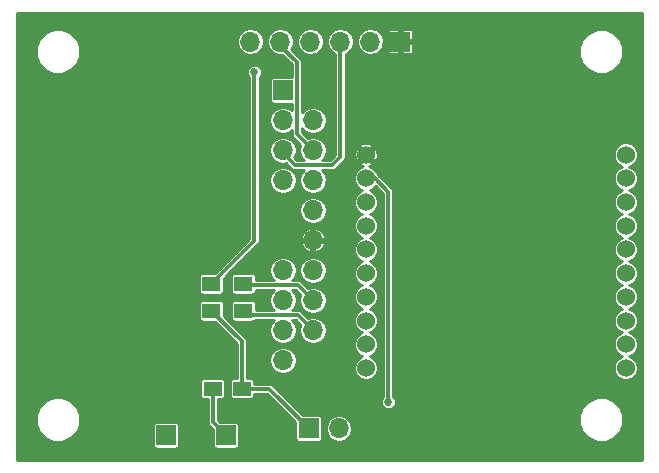
<source format=gbl>
G04 #@! TF.FileFunction,Copper,L2,Bot,Signal*
%FSLAX46Y46*%
G04 Gerber Fmt 4.6, Leading zero omitted, Abs format (unit mm)*
G04 Created by KiCad (PCBNEW 4.0.7-e2-6376~58~ubuntu14.04.1) date Sun Jul  1 13:34:02 2018*
%MOMM*%
%LPD*%
G01*
G04 APERTURE LIST*
%ADD10C,0.076200*%
%ADD11C,1.524000*%
%ADD12R,1.700000X1.700000*%
%ADD13O,1.700000X1.700000*%
%ADD14R,1.500000X1.250000*%
%ADD15R,1.500000X1.300000*%
%ADD16C,0.685800*%
%ADD17C,0.304800*%
%ADD18C,0.152400*%
%ADD19C,0.254000*%
G04 APERTURE END LIST*
D10*
D11*
X137337800Y-76327000D03*
X137337800Y-78333600D03*
X137337800Y-80340200D03*
X137337800Y-82346800D03*
X137337800Y-84353400D03*
X137337800Y-86360000D03*
X137337800Y-88366600D03*
X137337800Y-90373200D03*
X137337800Y-92379800D03*
X137337800Y-94386400D03*
X159334200Y-94386400D03*
X159334200Y-92379800D03*
X159334200Y-90373200D03*
X159334200Y-88366600D03*
X159334200Y-86360000D03*
X159334200Y-84353400D03*
X159334200Y-82346800D03*
X159334200Y-80340200D03*
X159334200Y-78333600D03*
X159334200Y-76327000D03*
D12*
X132500000Y-99500000D03*
D13*
X135040000Y-99500000D03*
D12*
X120396000Y-100076000D03*
X125476000Y-100076000D03*
X140250000Y-66750000D03*
D13*
X137710000Y-66750000D03*
X135170000Y-66750000D03*
X132630000Y-66750000D03*
X130090000Y-66750000D03*
X127550000Y-66750000D03*
D14*
X124353000Y-96139000D03*
X126853000Y-96139000D03*
D15*
X124253000Y-87249000D03*
X126953000Y-87249000D03*
X124253000Y-89535000D03*
X126953000Y-89535000D03*
D12*
X130302000Y-70866000D03*
D13*
X130302000Y-73406000D03*
X132842000Y-73406000D03*
X130302000Y-75946000D03*
X132842000Y-75946000D03*
X130302000Y-78486000D03*
X132842000Y-78486000D03*
X132842000Y-81026000D03*
X132842000Y-83566000D03*
X130302000Y-86106000D03*
X132842000Y-86106000D03*
X130302000Y-88646000D03*
X132842000Y-88646000D03*
X130302000Y-91186000D03*
X132842000Y-91186000D03*
X130302000Y-93726000D03*
D16*
X113919000Y-74422000D03*
X124079000Y-84201000D03*
X123260000Y-82130000D03*
X139231000Y-97257000D03*
X127889000Y-69342000D03*
D17*
X124353000Y-96139000D02*
X124353000Y-98953000D01*
X124353000Y-98953000D02*
X125476000Y-100076000D01*
X126853000Y-96139000D02*
X129139000Y-96139000D01*
X129139000Y-96139000D02*
X132500000Y-99500000D01*
X124253000Y-89535000D02*
X126853000Y-92135000D01*
X126853000Y-92135000D02*
X126853000Y-96139000D01*
X130090000Y-66750000D02*
X130090000Y-67090000D01*
X130090000Y-67090000D02*
X131500000Y-68500000D01*
X131500000Y-68500000D02*
X131500000Y-74604000D01*
X131500000Y-74604000D02*
X132842000Y-75946000D01*
X126953000Y-87249000D02*
X127080000Y-87376000D01*
X127080000Y-87376000D02*
X131572000Y-87376000D01*
X131572000Y-87376000D02*
X132842000Y-88646000D01*
D18*
X130280000Y-91500000D02*
X130460000Y-91320000D01*
D17*
X126953000Y-89535000D02*
X127334000Y-89916000D01*
X127334000Y-89916000D02*
X131572000Y-89916000D01*
X131572000Y-89916000D02*
X132842000Y-91186000D01*
X137337800Y-78333600D02*
X138087600Y-78333600D01*
X138087600Y-78333600D02*
X139231000Y-79477000D01*
X139231000Y-79477000D02*
X139231000Y-97257000D01*
X124253000Y-87249000D02*
X127889000Y-83613000D01*
X127889000Y-83613000D02*
X127889000Y-69342000D01*
X132630000Y-66750000D02*
X132500000Y-66750000D01*
X130302000Y-75946000D02*
X130302000Y-76200000D01*
X130302000Y-76200000D02*
X131318000Y-77216000D01*
X131318000Y-77216000D02*
X134493000Y-77216000D01*
X134493000Y-77216000D02*
X135170000Y-76539000D01*
X135170000Y-76539000D02*
X135170000Y-66750000D01*
D19*
G36*
X160696400Y-102196400D02*
X107803600Y-102196400D01*
X107803600Y-99122196D01*
X109372274Y-99122196D01*
X109657793Y-99813204D01*
X110186015Y-100342349D01*
X110876524Y-100629073D01*
X111624196Y-100629726D01*
X112315204Y-100344207D01*
X112844349Y-99815985D01*
X113089331Y-99226000D01*
X119261127Y-99226000D01*
X119261127Y-100926000D01*
X119280609Y-101029539D01*
X119341801Y-101124634D01*
X119435168Y-101188429D01*
X119546000Y-101210873D01*
X121246000Y-101210873D01*
X121349539Y-101191391D01*
X121444634Y-101130199D01*
X121508429Y-101036832D01*
X121530873Y-100926000D01*
X121530873Y-99226000D01*
X121511391Y-99122461D01*
X121450199Y-99027366D01*
X121356832Y-98963571D01*
X121246000Y-98941127D01*
X119546000Y-98941127D01*
X119442461Y-98960609D01*
X119347366Y-99021801D01*
X119283571Y-99115168D01*
X119261127Y-99226000D01*
X113089331Y-99226000D01*
X113131073Y-99125476D01*
X113131726Y-98377804D01*
X112846207Y-97686796D01*
X112317985Y-97157651D01*
X111627476Y-96870927D01*
X110879804Y-96870274D01*
X110188796Y-97155793D01*
X109659651Y-97684015D01*
X109372927Y-98374524D01*
X109372274Y-99122196D01*
X107803600Y-99122196D01*
X107803600Y-95514000D01*
X123318127Y-95514000D01*
X123318127Y-96764000D01*
X123337609Y-96867539D01*
X123398801Y-96962634D01*
X123492168Y-97026429D01*
X123603000Y-97048873D01*
X123921200Y-97048873D01*
X123921200Y-98953000D01*
X123954069Y-99118243D01*
X124026070Y-99226000D01*
X124047671Y-99258329D01*
X124341127Y-99551785D01*
X124341127Y-100926000D01*
X124360609Y-101029539D01*
X124421801Y-101124634D01*
X124515168Y-101188429D01*
X124626000Y-101210873D01*
X126326000Y-101210873D01*
X126429539Y-101191391D01*
X126524634Y-101130199D01*
X126588429Y-101036832D01*
X126610873Y-100926000D01*
X126610873Y-99226000D01*
X126591391Y-99122461D01*
X126530199Y-99027366D01*
X126436832Y-98963571D01*
X126326000Y-98941127D01*
X124951785Y-98941127D01*
X124784800Y-98774142D01*
X124784800Y-97048873D01*
X125103000Y-97048873D01*
X125206539Y-97029391D01*
X125301634Y-96968199D01*
X125365429Y-96874832D01*
X125387873Y-96764000D01*
X125387873Y-95514000D01*
X125368391Y-95410461D01*
X125307199Y-95315366D01*
X125213832Y-95251571D01*
X125103000Y-95229127D01*
X123603000Y-95229127D01*
X123499461Y-95248609D01*
X123404366Y-95309801D01*
X123340571Y-95403168D01*
X123318127Y-95514000D01*
X107803600Y-95514000D01*
X107803600Y-88885000D01*
X123218127Y-88885000D01*
X123218127Y-90185000D01*
X123237609Y-90288539D01*
X123298801Y-90383634D01*
X123392168Y-90447429D01*
X123503000Y-90469873D01*
X124577215Y-90469873D01*
X126421200Y-92313858D01*
X126421200Y-95229127D01*
X126103000Y-95229127D01*
X125999461Y-95248609D01*
X125904366Y-95309801D01*
X125840571Y-95403168D01*
X125818127Y-95514000D01*
X125818127Y-96764000D01*
X125837609Y-96867539D01*
X125898801Y-96962634D01*
X125992168Y-97026429D01*
X126103000Y-97048873D01*
X127603000Y-97048873D01*
X127706539Y-97029391D01*
X127801634Y-96968199D01*
X127865429Y-96874832D01*
X127887873Y-96764000D01*
X127887873Y-96570800D01*
X128960142Y-96570800D01*
X131365127Y-98975785D01*
X131365127Y-100350000D01*
X131384609Y-100453539D01*
X131445801Y-100548634D01*
X131539168Y-100612429D01*
X131650000Y-100634873D01*
X133350000Y-100634873D01*
X133453539Y-100615391D01*
X133548634Y-100554199D01*
X133612429Y-100460832D01*
X133634873Y-100350000D01*
X133634873Y-99477874D01*
X133910600Y-99477874D01*
X133910600Y-99522126D01*
X133996570Y-99954329D01*
X134241394Y-100320732D01*
X134607797Y-100565556D01*
X135040000Y-100651526D01*
X135472203Y-100565556D01*
X135838606Y-100320732D01*
X136083430Y-99954329D01*
X136169400Y-99522126D01*
X136169400Y-99477874D01*
X136098652Y-99122196D01*
X155370274Y-99122196D01*
X155655793Y-99813204D01*
X156184015Y-100342349D01*
X156874524Y-100629073D01*
X157622196Y-100629726D01*
X158313204Y-100344207D01*
X158842349Y-99815985D01*
X159129073Y-99125476D01*
X159129726Y-98377804D01*
X158844207Y-97686796D01*
X158315985Y-97157651D01*
X157625476Y-96870927D01*
X156877804Y-96870274D01*
X156186796Y-97155793D01*
X155657651Y-97684015D01*
X155370927Y-98374524D01*
X155370274Y-99122196D01*
X136098652Y-99122196D01*
X136083430Y-99045671D01*
X135838606Y-98679268D01*
X135472203Y-98434444D01*
X135040000Y-98348474D01*
X134607797Y-98434444D01*
X134241394Y-98679268D01*
X133996570Y-99045671D01*
X133910600Y-99477874D01*
X133634873Y-99477874D01*
X133634873Y-98650000D01*
X133615391Y-98546461D01*
X133554199Y-98451366D01*
X133460832Y-98387571D01*
X133350000Y-98365127D01*
X131975785Y-98365127D01*
X129444329Y-95833671D01*
X129304243Y-95740069D01*
X129139000Y-95707200D01*
X127887873Y-95707200D01*
X127887873Y-95514000D01*
X127868391Y-95410461D01*
X127807199Y-95315366D01*
X127713832Y-95251571D01*
X127603000Y-95229127D01*
X127284800Y-95229127D01*
X127284800Y-93726000D01*
X129150474Y-93726000D01*
X129236444Y-94158203D01*
X129481268Y-94524606D01*
X129847671Y-94769430D01*
X130279874Y-94855400D01*
X130324126Y-94855400D01*
X130756329Y-94769430D01*
X131122732Y-94524606D01*
X131367556Y-94158203D01*
X131453526Y-93726000D01*
X131367556Y-93293797D01*
X131122732Y-92927394D01*
X130756329Y-92682570D01*
X130324126Y-92596600D01*
X130279874Y-92596600D01*
X129847671Y-92682570D01*
X129481268Y-92927394D01*
X129236444Y-93293797D01*
X129150474Y-93726000D01*
X127284800Y-93726000D01*
X127284800Y-92135000D01*
X127251931Y-91969757D01*
X127158329Y-91829671D01*
X125287873Y-89959215D01*
X125287873Y-88885000D01*
X125268391Y-88781461D01*
X125207199Y-88686366D01*
X125113832Y-88622571D01*
X125003000Y-88600127D01*
X123503000Y-88600127D01*
X123399461Y-88619609D01*
X123304366Y-88680801D01*
X123240571Y-88774168D01*
X123218127Y-88885000D01*
X107803600Y-88885000D01*
X107803600Y-86599000D01*
X123218127Y-86599000D01*
X123218127Y-87899000D01*
X123237609Y-88002539D01*
X123298801Y-88097634D01*
X123392168Y-88161429D01*
X123503000Y-88183873D01*
X125003000Y-88183873D01*
X125106539Y-88164391D01*
X125201634Y-88103199D01*
X125265429Y-88009832D01*
X125287873Y-87899000D01*
X125287873Y-86824785D01*
X125513657Y-86599000D01*
X125918127Y-86599000D01*
X125918127Y-87899000D01*
X125937609Y-88002539D01*
X125998801Y-88097634D01*
X126092168Y-88161429D01*
X126203000Y-88183873D01*
X127703000Y-88183873D01*
X127806539Y-88164391D01*
X127901634Y-88103199D01*
X127965429Y-88009832D01*
X127987873Y-87899000D01*
X127987873Y-87807800D01*
X129540524Y-87807800D01*
X129481268Y-87847394D01*
X129236444Y-88213797D01*
X129150474Y-88646000D01*
X129236444Y-89078203D01*
X129481268Y-89444606D01*
X129540524Y-89484200D01*
X127987873Y-89484200D01*
X127987873Y-88885000D01*
X127968391Y-88781461D01*
X127907199Y-88686366D01*
X127813832Y-88622571D01*
X127703000Y-88600127D01*
X126203000Y-88600127D01*
X126099461Y-88619609D01*
X126004366Y-88680801D01*
X125940571Y-88774168D01*
X125918127Y-88885000D01*
X125918127Y-90185000D01*
X125937609Y-90288539D01*
X125998801Y-90383634D01*
X126092168Y-90447429D01*
X126203000Y-90469873D01*
X127703000Y-90469873D01*
X127806539Y-90450391D01*
X127901634Y-90389199D01*
X127929921Y-90347800D01*
X129540524Y-90347800D01*
X129481268Y-90387394D01*
X129236444Y-90753797D01*
X129150474Y-91186000D01*
X129236444Y-91618203D01*
X129481268Y-91984606D01*
X129847671Y-92229430D01*
X130279874Y-92315400D01*
X130324126Y-92315400D01*
X130756329Y-92229430D01*
X131122732Y-91984606D01*
X131367556Y-91618203D01*
X131453526Y-91186000D01*
X131367556Y-90753797D01*
X131122732Y-90387394D01*
X131063476Y-90347800D01*
X131393142Y-90347800D01*
X131785534Y-90740192D01*
X131776444Y-90753797D01*
X131690474Y-91186000D01*
X131776444Y-91618203D01*
X132021268Y-91984606D01*
X132387671Y-92229430D01*
X132819874Y-92315400D01*
X132864126Y-92315400D01*
X133296329Y-92229430D01*
X133662732Y-91984606D01*
X133907556Y-91618203D01*
X133993526Y-91186000D01*
X133907556Y-90753797D01*
X133662732Y-90387394D01*
X133296329Y-90142570D01*
X132864126Y-90056600D01*
X132819874Y-90056600D01*
X132405651Y-90138993D01*
X131877329Y-89610671D01*
X131737243Y-89517069D01*
X131572000Y-89484200D01*
X131063476Y-89484200D01*
X131122732Y-89444606D01*
X131367556Y-89078203D01*
X131453526Y-88646000D01*
X131367556Y-88213797D01*
X131122732Y-87847394D01*
X131063476Y-87807800D01*
X131393142Y-87807800D01*
X131785534Y-88200192D01*
X131776444Y-88213797D01*
X131690474Y-88646000D01*
X131776444Y-89078203D01*
X132021268Y-89444606D01*
X132387671Y-89689430D01*
X132819874Y-89775400D01*
X132864126Y-89775400D01*
X133296329Y-89689430D01*
X133662732Y-89444606D01*
X133907556Y-89078203D01*
X133993526Y-88646000D01*
X133907556Y-88213797D01*
X133662732Y-87847394D01*
X133296329Y-87602570D01*
X132864126Y-87516600D01*
X132819874Y-87516600D01*
X132405651Y-87598993D01*
X131877329Y-87070671D01*
X131737243Y-86977069D01*
X131572000Y-86944200D01*
X131063476Y-86944200D01*
X131122732Y-86904606D01*
X131367556Y-86538203D01*
X131453526Y-86106000D01*
X131690474Y-86106000D01*
X131776444Y-86538203D01*
X132021268Y-86904606D01*
X132387671Y-87149430D01*
X132819874Y-87235400D01*
X132864126Y-87235400D01*
X133296329Y-87149430D01*
X133662732Y-86904606D01*
X133907556Y-86538203D01*
X133993526Y-86106000D01*
X133907556Y-85673797D01*
X133662732Y-85307394D01*
X133296329Y-85062570D01*
X132864126Y-84976600D01*
X132819874Y-84976600D01*
X132387671Y-85062570D01*
X132021268Y-85307394D01*
X131776444Y-85673797D01*
X131690474Y-86106000D01*
X131453526Y-86106000D01*
X131367556Y-85673797D01*
X131122732Y-85307394D01*
X130756329Y-85062570D01*
X130324126Y-84976600D01*
X130279874Y-84976600D01*
X129847671Y-85062570D01*
X129481268Y-85307394D01*
X129236444Y-85673797D01*
X129150474Y-86106000D01*
X129236444Y-86538203D01*
X129481268Y-86904606D01*
X129540524Y-86944200D01*
X127987873Y-86944200D01*
X127987873Y-86599000D01*
X127968391Y-86495461D01*
X127907199Y-86400366D01*
X127813832Y-86336571D01*
X127703000Y-86314127D01*
X126203000Y-86314127D01*
X126099461Y-86333609D01*
X126004366Y-86394801D01*
X125940571Y-86488168D01*
X125918127Y-86599000D01*
X125513657Y-86599000D01*
X128194326Y-83918331D01*
X128194329Y-83918329D01*
X128233975Y-83858993D01*
X131803957Y-83858993D01*
X131900805Y-84092837D01*
X132174061Y-84412914D01*
X132549005Y-84604056D01*
X132715000Y-84579960D01*
X132715000Y-83693000D01*
X132969000Y-83693000D01*
X132969000Y-84579960D01*
X133134995Y-84604056D01*
X133509939Y-84412914D01*
X133783195Y-84092837D01*
X133880043Y-83858993D01*
X133855524Y-83693000D01*
X132969000Y-83693000D01*
X132715000Y-83693000D01*
X131828476Y-83693000D01*
X131803957Y-83858993D01*
X128233975Y-83858993D01*
X128287931Y-83778243D01*
X128287932Y-83778242D01*
X128320801Y-83613000D01*
X128320800Y-83612995D01*
X128320800Y-83273007D01*
X131803957Y-83273007D01*
X131828476Y-83439000D01*
X132715000Y-83439000D01*
X132715000Y-82552040D01*
X132969000Y-82552040D01*
X132969000Y-83439000D01*
X133855524Y-83439000D01*
X133880043Y-83273007D01*
X133783195Y-83039163D01*
X133509939Y-82719086D01*
X133134995Y-82527944D01*
X132969000Y-82552040D01*
X132715000Y-82552040D01*
X132549005Y-82527944D01*
X132174061Y-82719086D01*
X131900805Y-83039163D01*
X131803957Y-83273007D01*
X128320800Y-83273007D01*
X128320800Y-81026000D01*
X131690474Y-81026000D01*
X131776444Y-81458203D01*
X132021268Y-81824606D01*
X132387671Y-82069430D01*
X132819874Y-82155400D01*
X132864126Y-82155400D01*
X133296329Y-82069430D01*
X133662732Y-81824606D01*
X133907556Y-81458203D01*
X133993526Y-81026000D01*
X133907556Y-80593797D01*
X133662732Y-80227394D01*
X133296329Y-79982570D01*
X132864126Y-79896600D01*
X132819874Y-79896600D01*
X132387671Y-79982570D01*
X132021268Y-80227394D01*
X131776444Y-80593797D01*
X131690474Y-81026000D01*
X128320800Y-81026000D01*
X128320800Y-78486000D01*
X129150474Y-78486000D01*
X129236444Y-78918203D01*
X129481268Y-79284606D01*
X129847671Y-79529430D01*
X130279874Y-79615400D01*
X130324126Y-79615400D01*
X130756329Y-79529430D01*
X131122732Y-79284606D01*
X131367556Y-78918203D01*
X131453526Y-78486000D01*
X131367556Y-78053797D01*
X131122732Y-77687394D01*
X130756329Y-77442570D01*
X130324126Y-77356600D01*
X130279874Y-77356600D01*
X129847671Y-77442570D01*
X129481268Y-77687394D01*
X129236444Y-78053797D01*
X129150474Y-78486000D01*
X128320800Y-78486000D01*
X128320800Y-69790251D01*
X128416253Y-69694965D01*
X128511192Y-69466326D01*
X128511408Y-69218760D01*
X128416868Y-68989956D01*
X128241965Y-68814747D01*
X128013326Y-68719808D01*
X127765760Y-68719592D01*
X127536956Y-68814132D01*
X127361747Y-68989035D01*
X127266808Y-69217674D01*
X127266592Y-69465240D01*
X127361132Y-69694044D01*
X127457200Y-69790280D01*
X127457200Y-83434143D01*
X124577215Y-86314127D01*
X123503000Y-86314127D01*
X123399461Y-86333609D01*
X123304366Y-86394801D01*
X123240571Y-86488168D01*
X123218127Y-86599000D01*
X107803600Y-86599000D01*
X107803600Y-67961596D01*
X109372274Y-67961596D01*
X109657793Y-68652604D01*
X110186015Y-69181749D01*
X110876524Y-69468473D01*
X111624196Y-69469126D01*
X112315204Y-69183607D01*
X112844349Y-68655385D01*
X113131073Y-67964876D01*
X113131726Y-67217204D01*
X112929539Y-66727874D01*
X126420600Y-66727874D01*
X126420600Y-66772126D01*
X126506570Y-67204329D01*
X126751394Y-67570732D01*
X127117797Y-67815556D01*
X127550000Y-67901526D01*
X127982203Y-67815556D01*
X128348606Y-67570732D01*
X128593430Y-67204329D01*
X128679400Y-66772126D01*
X128679400Y-66727874D01*
X128960600Y-66727874D01*
X128960600Y-66772126D01*
X129046570Y-67204329D01*
X129291394Y-67570732D01*
X129657797Y-67815556D01*
X130090000Y-67901526D01*
X130257542Y-67868200D01*
X131068200Y-68678858D01*
X131068200Y-69731127D01*
X129452000Y-69731127D01*
X129348461Y-69750609D01*
X129253366Y-69811801D01*
X129189571Y-69905168D01*
X129167127Y-70016000D01*
X129167127Y-71716000D01*
X129186609Y-71819539D01*
X129247801Y-71914634D01*
X129341168Y-71978429D01*
X129452000Y-72000873D01*
X131068200Y-72000873D01*
X131068200Y-72570957D01*
X130756329Y-72362570D01*
X130324126Y-72276600D01*
X130279874Y-72276600D01*
X129847671Y-72362570D01*
X129481268Y-72607394D01*
X129236444Y-72973797D01*
X129150474Y-73406000D01*
X129236444Y-73838203D01*
X129481268Y-74204606D01*
X129847671Y-74449430D01*
X130279874Y-74535400D01*
X130324126Y-74535400D01*
X130756329Y-74449430D01*
X131068200Y-74241043D01*
X131068200Y-74604000D01*
X131101069Y-74769243D01*
X131132712Y-74816600D01*
X131194671Y-74909329D01*
X131785535Y-75500192D01*
X131776444Y-75513797D01*
X131690474Y-75946000D01*
X131776444Y-76378203D01*
X132021268Y-76744606D01*
X132080524Y-76784200D01*
X131496858Y-76784200D01*
X131256727Y-76544069D01*
X131367556Y-76378203D01*
X131453526Y-75946000D01*
X131367556Y-75513797D01*
X131122732Y-75147394D01*
X130756329Y-74902570D01*
X130324126Y-74816600D01*
X130279874Y-74816600D01*
X129847671Y-74902570D01*
X129481268Y-75147394D01*
X129236444Y-75513797D01*
X129150474Y-75946000D01*
X129236444Y-76378203D01*
X129481268Y-76744606D01*
X129847671Y-76989430D01*
X130279874Y-77075400D01*
X130324126Y-77075400D01*
X130526490Y-77035148D01*
X131012671Y-77521329D01*
X131152757Y-77614931D01*
X131318000Y-77647800D01*
X132080524Y-77647800D01*
X132021268Y-77687394D01*
X131776444Y-78053797D01*
X131690474Y-78486000D01*
X131776444Y-78918203D01*
X132021268Y-79284606D01*
X132387671Y-79529430D01*
X132819874Y-79615400D01*
X132864126Y-79615400D01*
X133296329Y-79529430D01*
X133662732Y-79284606D01*
X133907556Y-78918203D01*
X133982817Y-78539838D01*
X136296220Y-78539838D01*
X136454429Y-78922735D01*
X136747124Y-79215941D01*
X137038670Y-79337002D01*
X136748665Y-79456829D01*
X136455459Y-79749524D01*
X136296581Y-80132144D01*
X136296220Y-80546438D01*
X136454429Y-80929335D01*
X136747124Y-81222541D01*
X137038670Y-81343602D01*
X136748665Y-81463429D01*
X136455459Y-81756124D01*
X136296581Y-82138744D01*
X136296220Y-82553038D01*
X136454429Y-82935935D01*
X136747124Y-83229141D01*
X137038670Y-83350202D01*
X136748665Y-83470029D01*
X136455459Y-83762724D01*
X136296581Y-84145344D01*
X136296220Y-84559638D01*
X136454429Y-84942535D01*
X136747124Y-85235741D01*
X137038670Y-85356802D01*
X136748665Y-85476629D01*
X136455459Y-85769324D01*
X136296581Y-86151944D01*
X136296220Y-86566238D01*
X136454429Y-86949135D01*
X136747124Y-87242341D01*
X137038670Y-87363402D01*
X136748665Y-87483229D01*
X136455459Y-87775924D01*
X136296581Y-88158544D01*
X136296220Y-88572838D01*
X136454429Y-88955735D01*
X136747124Y-89248941D01*
X137038670Y-89370002D01*
X136748665Y-89489829D01*
X136455459Y-89782524D01*
X136296581Y-90165144D01*
X136296220Y-90579438D01*
X136454429Y-90962335D01*
X136747124Y-91255541D01*
X137038670Y-91376602D01*
X136748665Y-91496429D01*
X136455459Y-91789124D01*
X136296581Y-92171744D01*
X136296220Y-92586038D01*
X136454429Y-92968935D01*
X136747124Y-93262141D01*
X137038670Y-93383202D01*
X136748665Y-93503029D01*
X136455459Y-93795724D01*
X136296581Y-94178344D01*
X136296220Y-94592638D01*
X136454429Y-94975535D01*
X136747124Y-95268741D01*
X137129744Y-95427619D01*
X137544038Y-95427980D01*
X137926935Y-95269771D01*
X138220141Y-94977076D01*
X138379019Y-94594456D01*
X138379380Y-94180162D01*
X138221171Y-93797265D01*
X137928476Y-93504059D01*
X137636930Y-93382998D01*
X137926935Y-93263171D01*
X138220141Y-92970476D01*
X138379019Y-92587856D01*
X138379380Y-92173562D01*
X138221171Y-91790665D01*
X137928476Y-91497459D01*
X137636930Y-91376398D01*
X137926935Y-91256571D01*
X138220141Y-90963876D01*
X138379019Y-90581256D01*
X138379380Y-90166962D01*
X138221171Y-89784065D01*
X137928476Y-89490859D01*
X137636930Y-89369798D01*
X137926935Y-89249971D01*
X138220141Y-88957276D01*
X138379019Y-88574656D01*
X138379380Y-88160362D01*
X138221171Y-87777465D01*
X137928476Y-87484259D01*
X137636930Y-87363198D01*
X137926935Y-87243371D01*
X138220141Y-86950676D01*
X138379019Y-86568056D01*
X138379380Y-86153762D01*
X138221171Y-85770865D01*
X137928476Y-85477659D01*
X137636930Y-85356598D01*
X137926935Y-85236771D01*
X138220141Y-84944076D01*
X138379019Y-84561456D01*
X138379380Y-84147162D01*
X138221171Y-83764265D01*
X137928476Y-83471059D01*
X137636930Y-83349998D01*
X137926935Y-83230171D01*
X138220141Y-82937476D01*
X138379019Y-82554856D01*
X138379380Y-82140562D01*
X138221171Y-81757665D01*
X137928476Y-81464459D01*
X137636930Y-81343398D01*
X137926935Y-81223571D01*
X138220141Y-80930876D01*
X138379019Y-80548256D01*
X138379380Y-80133962D01*
X138221171Y-79751065D01*
X137928476Y-79457859D01*
X137636930Y-79336798D01*
X137926935Y-79216971D01*
X138143813Y-79000471D01*
X138799200Y-79655858D01*
X138799200Y-96808749D01*
X138703747Y-96904035D01*
X138608808Y-97132674D01*
X138608592Y-97380240D01*
X138703132Y-97609044D01*
X138878035Y-97784253D01*
X139106674Y-97879192D01*
X139354240Y-97879408D01*
X139583044Y-97784868D01*
X139758253Y-97609965D01*
X139853192Y-97381326D01*
X139853408Y-97133760D01*
X139758868Y-96904956D01*
X139662800Y-96808720D01*
X139662800Y-79477005D01*
X139662801Y-79477000D01*
X139629931Y-79311758D01*
X139629931Y-79311757D01*
X139536329Y-79171671D01*
X138392929Y-78028271D01*
X138317655Y-77977975D01*
X138221171Y-77744465D01*
X137928476Y-77451259D01*
X137567474Y-77301358D01*
X137619982Y-77296788D01*
X137824011Y-77212276D01*
X137915758Y-77084563D01*
X137337800Y-76506605D01*
X136759842Y-77084563D01*
X136851589Y-77212276D01*
X137119664Y-77296936D01*
X136748665Y-77450229D01*
X136455459Y-77742924D01*
X136296581Y-78125544D01*
X136296220Y-78539838D01*
X133982817Y-78539838D01*
X133993526Y-78486000D01*
X133907556Y-78053797D01*
X133662732Y-77687394D01*
X133603476Y-77647800D01*
X134493000Y-77647800D01*
X134658243Y-77614931D01*
X134798329Y-77521329D01*
X135475326Y-76844331D01*
X135475329Y-76844329D01*
X135568931Y-76704243D01*
X135568932Y-76704242D01*
X135601801Y-76539000D01*
X135601800Y-76538995D01*
X135601800Y-76216580D01*
X136333846Y-76216580D01*
X136368012Y-76609182D01*
X136452524Y-76813211D01*
X136580237Y-76904958D01*
X137158195Y-76327000D01*
X137517405Y-76327000D01*
X138095363Y-76904958D01*
X138223076Y-76813211D01*
X138311493Y-76533238D01*
X158292620Y-76533238D01*
X158450829Y-76916135D01*
X158743524Y-77209341D01*
X159035070Y-77330402D01*
X158745065Y-77450229D01*
X158451859Y-77742924D01*
X158292981Y-78125544D01*
X158292620Y-78539838D01*
X158450829Y-78922735D01*
X158743524Y-79215941D01*
X159035070Y-79337002D01*
X158745065Y-79456829D01*
X158451859Y-79749524D01*
X158292981Y-80132144D01*
X158292620Y-80546438D01*
X158450829Y-80929335D01*
X158743524Y-81222541D01*
X159035070Y-81343602D01*
X158745065Y-81463429D01*
X158451859Y-81756124D01*
X158292981Y-82138744D01*
X158292620Y-82553038D01*
X158450829Y-82935935D01*
X158743524Y-83229141D01*
X159035070Y-83350202D01*
X158745065Y-83470029D01*
X158451859Y-83762724D01*
X158292981Y-84145344D01*
X158292620Y-84559638D01*
X158450829Y-84942535D01*
X158743524Y-85235741D01*
X159035070Y-85356802D01*
X158745065Y-85476629D01*
X158451859Y-85769324D01*
X158292981Y-86151944D01*
X158292620Y-86566238D01*
X158450829Y-86949135D01*
X158743524Y-87242341D01*
X159035070Y-87363402D01*
X158745065Y-87483229D01*
X158451859Y-87775924D01*
X158292981Y-88158544D01*
X158292620Y-88572838D01*
X158450829Y-88955735D01*
X158743524Y-89248941D01*
X159035070Y-89370002D01*
X158745065Y-89489829D01*
X158451859Y-89782524D01*
X158292981Y-90165144D01*
X158292620Y-90579438D01*
X158450829Y-90962335D01*
X158743524Y-91255541D01*
X159035070Y-91376602D01*
X158745065Y-91496429D01*
X158451859Y-91789124D01*
X158292981Y-92171744D01*
X158292620Y-92586038D01*
X158450829Y-92968935D01*
X158743524Y-93262141D01*
X159035070Y-93383202D01*
X158745065Y-93503029D01*
X158451859Y-93795724D01*
X158292981Y-94178344D01*
X158292620Y-94592638D01*
X158450829Y-94975535D01*
X158743524Y-95268741D01*
X159126144Y-95427619D01*
X159540438Y-95427980D01*
X159923335Y-95269771D01*
X160216541Y-94977076D01*
X160375419Y-94594456D01*
X160375780Y-94180162D01*
X160217571Y-93797265D01*
X159924876Y-93504059D01*
X159633330Y-93382998D01*
X159923335Y-93263171D01*
X160216541Y-92970476D01*
X160375419Y-92587856D01*
X160375780Y-92173562D01*
X160217571Y-91790665D01*
X159924876Y-91497459D01*
X159633330Y-91376398D01*
X159923335Y-91256571D01*
X160216541Y-90963876D01*
X160375419Y-90581256D01*
X160375780Y-90166962D01*
X160217571Y-89784065D01*
X159924876Y-89490859D01*
X159633330Y-89369798D01*
X159923335Y-89249971D01*
X160216541Y-88957276D01*
X160375419Y-88574656D01*
X160375780Y-88160362D01*
X160217571Y-87777465D01*
X159924876Y-87484259D01*
X159633330Y-87363198D01*
X159923335Y-87243371D01*
X160216541Y-86950676D01*
X160375419Y-86568056D01*
X160375780Y-86153762D01*
X160217571Y-85770865D01*
X159924876Y-85477659D01*
X159633330Y-85356598D01*
X159923335Y-85236771D01*
X160216541Y-84944076D01*
X160375419Y-84561456D01*
X160375780Y-84147162D01*
X160217571Y-83764265D01*
X159924876Y-83471059D01*
X159633330Y-83349998D01*
X159923335Y-83230171D01*
X160216541Y-82937476D01*
X160375419Y-82554856D01*
X160375780Y-82140562D01*
X160217571Y-81757665D01*
X159924876Y-81464459D01*
X159633330Y-81343398D01*
X159923335Y-81223571D01*
X160216541Y-80930876D01*
X160375419Y-80548256D01*
X160375780Y-80133962D01*
X160217571Y-79751065D01*
X159924876Y-79457859D01*
X159633330Y-79336798D01*
X159923335Y-79216971D01*
X160216541Y-78924276D01*
X160375419Y-78541656D01*
X160375780Y-78127362D01*
X160217571Y-77744465D01*
X159924876Y-77451259D01*
X159633330Y-77330198D01*
X159923335Y-77210371D01*
X160216541Y-76917676D01*
X160375419Y-76535056D01*
X160375780Y-76120762D01*
X160217571Y-75737865D01*
X159924876Y-75444659D01*
X159542256Y-75285781D01*
X159127962Y-75285420D01*
X158745065Y-75443629D01*
X158451859Y-75736324D01*
X158292981Y-76118944D01*
X158292620Y-76533238D01*
X138311493Y-76533238D01*
X138341754Y-76437420D01*
X138307588Y-76044818D01*
X138223076Y-75840789D01*
X138095363Y-75749042D01*
X137517405Y-76327000D01*
X137158195Y-76327000D01*
X136580237Y-75749042D01*
X136452524Y-75840789D01*
X136333846Y-76216580D01*
X135601800Y-76216580D01*
X135601800Y-75569437D01*
X136759842Y-75569437D01*
X137337800Y-76147395D01*
X137915758Y-75569437D01*
X137824011Y-75441724D01*
X137448220Y-75323046D01*
X137055618Y-75357212D01*
X136851589Y-75441724D01*
X136759842Y-75569437D01*
X135601800Y-75569437D01*
X135601800Y-67961596D01*
X155370274Y-67961596D01*
X155655793Y-68652604D01*
X156184015Y-69181749D01*
X156874524Y-69468473D01*
X157622196Y-69469126D01*
X158313204Y-69183607D01*
X158842349Y-68655385D01*
X159129073Y-67964876D01*
X159129726Y-67217204D01*
X158844207Y-66526196D01*
X158315985Y-65997051D01*
X157625476Y-65710327D01*
X156877804Y-65709674D01*
X156186796Y-65995193D01*
X155657651Y-66523415D01*
X155370927Y-67213924D01*
X155370274Y-67961596D01*
X135601800Y-67961596D01*
X135601800Y-67815636D01*
X135602203Y-67815556D01*
X135968606Y-67570732D01*
X136213430Y-67204329D01*
X136299400Y-66772126D01*
X136299400Y-66727874D01*
X136580600Y-66727874D01*
X136580600Y-66772126D01*
X136666570Y-67204329D01*
X136911394Y-67570732D01*
X137277797Y-67815556D01*
X137710000Y-67901526D01*
X138142203Y-67815556D01*
X138508606Y-67570732D01*
X138753430Y-67204329D01*
X138807171Y-66934150D01*
X139171400Y-66934150D01*
X139171400Y-67645471D01*
X139206202Y-67729491D01*
X139270508Y-67793797D01*
X139354528Y-67828600D01*
X140065850Y-67828600D01*
X140123000Y-67771450D01*
X140123000Y-66877000D01*
X140377000Y-66877000D01*
X140377000Y-67771450D01*
X140434150Y-67828600D01*
X141145472Y-67828600D01*
X141229492Y-67793797D01*
X141293798Y-67729491D01*
X141328600Y-67645471D01*
X141328600Y-66934150D01*
X141271450Y-66877000D01*
X140377000Y-66877000D01*
X140123000Y-66877000D01*
X139228550Y-66877000D01*
X139171400Y-66934150D01*
X138807171Y-66934150D01*
X138839400Y-66772126D01*
X138839400Y-66727874D01*
X138753430Y-66295671D01*
X138508606Y-65929268D01*
X138396752Y-65854529D01*
X139171400Y-65854529D01*
X139171400Y-66565850D01*
X139228550Y-66623000D01*
X140123000Y-66623000D01*
X140123000Y-65728550D01*
X140377000Y-65728550D01*
X140377000Y-66623000D01*
X141271450Y-66623000D01*
X141328600Y-66565850D01*
X141328600Y-65854529D01*
X141293798Y-65770509D01*
X141229492Y-65706203D01*
X141145472Y-65671400D01*
X140434150Y-65671400D01*
X140377000Y-65728550D01*
X140123000Y-65728550D01*
X140065850Y-65671400D01*
X139354528Y-65671400D01*
X139270508Y-65706203D01*
X139206202Y-65770509D01*
X139171400Y-65854529D01*
X138396752Y-65854529D01*
X138142203Y-65684444D01*
X137710000Y-65598474D01*
X137277797Y-65684444D01*
X136911394Y-65929268D01*
X136666570Y-66295671D01*
X136580600Y-66727874D01*
X136299400Y-66727874D01*
X136213430Y-66295671D01*
X135968606Y-65929268D01*
X135602203Y-65684444D01*
X135170000Y-65598474D01*
X134737797Y-65684444D01*
X134371394Y-65929268D01*
X134126570Y-66295671D01*
X134040600Y-66727874D01*
X134040600Y-66772126D01*
X134126570Y-67204329D01*
X134371394Y-67570732D01*
X134737797Y-67815556D01*
X134738200Y-67815636D01*
X134738200Y-76360143D01*
X134314142Y-76784200D01*
X133603476Y-76784200D01*
X133662732Y-76744606D01*
X133907556Y-76378203D01*
X133993526Y-75946000D01*
X133907556Y-75513797D01*
X133662732Y-75147394D01*
X133296329Y-74902570D01*
X132864126Y-74816600D01*
X132819874Y-74816600D01*
X132405651Y-74898994D01*
X131931800Y-74425142D01*
X131931800Y-74070708D01*
X132021268Y-74204606D01*
X132387671Y-74449430D01*
X132819874Y-74535400D01*
X132864126Y-74535400D01*
X133296329Y-74449430D01*
X133662732Y-74204606D01*
X133907556Y-73838203D01*
X133993526Y-73406000D01*
X133907556Y-72973797D01*
X133662732Y-72607394D01*
X133296329Y-72362570D01*
X132864126Y-72276600D01*
X132819874Y-72276600D01*
X132387671Y-72362570D01*
X132021268Y-72607394D01*
X131931800Y-72741292D01*
X131931800Y-68500000D01*
X131898931Y-68334757D01*
X131805329Y-68194671D01*
X131005879Y-67395221D01*
X131133430Y-67204329D01*
X131219400Y-66772126D01*
X131219400Y-66727874D01*
X131500600Y-66727874D01*
X131500600Y-66772126D01*
X131586570Y-67204329D01*
X131831394Y-67570732D01*
X132197797Y-67815556D01*
X132630000Y-67901526D01*
X133062203Y-67815556D01*
X133428606Y-67570732D01*
X133673430Y-67204329D01*
X133759400Y-66772126D01*
X133759400Y-66727874D01*
X133673430Y-66295671D01*
X133428606Y-65929268D01*
X133062203Y-65684444D01*
X132630000Y-65598474D01*
X132197797Y-65684444D01*
X131831394Y-65929268D01*
X131586570Y-66295671D01*
X131500600Y-66727874D01*
X131219400Y-66727874D01*
X131133430Y-66295671D01*
X130888606Y-65929268D01*
X130522203Y-65684444D01*
X130090000Y-65598474D01*
X129657797Y-65684444D01*
X129291394Y-65929268D01*
X129046570Y-66295671D01*
X128960600Y-66727874D01*
X128679400Y-66727874D01*
X128593430Y-66295671D01*
X128348606Y-65929268D01*
X127982203Y-65684444D01*
X127550000Y-65598474D01*
X127117797Y-65684444D01*
X126751394Y-65929268D01*
X126506570Y-66295671D01*
X126420600Y-66727874D01*
X112929539Y-66727874D01*
X112846207Y-66526196D01*
X112317985Y-65997051D01*
X111627476Y-65710327D01*
X110879804Y-65709674D01*
X110188796Y-65995193D01*
X109659651Y-66523415D01*
X109372927Y-67213924D01*
X109372274Y-67961596D01*
X107803600Y-67961596D01*
X107803600Y-64303600D01*
X160696400Y-64303600D01*
X160696400Y-102196400D01*
X160696400Y-102196400D01*
G37*
X160696400Y-102196400D02*
X107803600Y-102196400D01*
X107803600Y-99122196D01*
X109372274Y-99122196D01*
X109657793Y-99813204D01*
X110186015Y-100342349D01*
X110876524Y-100629073D01*
X111624196Y-100629726D01*
X112315204Y-100344207D01*
X112844349Y-99815985D01*
X113089331Y-99226000D01*
X119261127Y-99226000D01*
X119261127Y-100926000D01*
X119280609Y-101029539D01*
X119341801Y-101124634D01*
X119435168Y-101188429D01*
X119546000Y-101210873D01*
X121246000Y-101210873D01*
X121349539Y-101191391D01*
X121444634Y-101130199D01*
X121508429Y-101036832D01*
X121530873Y-100926000D01*
X121530873Y-99226000D01*
X121511391Y-99122461D01*
X121450199Y-99027366D01*
X121356832Y-98963571D01*
X121246000Y-98941127D01*
X119546000Y-98941127D01*
X119442461Y-98960609D01*
X119347366Y-99021801D01*
X119283571Y-99115168D01*
X119261127Y-99226000D01*
X113089331Y-99226000D01*
X113131073Y-99125476D01*
X113131726Y-98377804D01*
X112846207Y-97686796D01*
X112317985Y-97157651D01*
X111627476Y-96870927D01*
X110879804Y-96870274D01*
X110188796Y-97155793D01*
X109659651Y-97684015D01*
X109372927Y-98374524D01*
X109372274Y-99122196D01*
X107803600Y-99122196D01*
X107803600Y-95514000D01*
X123318127Y-95514000D01*
X123318127Y-96764000D01*
X123337609Y-96867539D01*
X123398801Y-96962634D01*
X123492168Y-97026429D01*
X123603000Y-97048873D01*
X123921200Y-97048873D01*
X123921200Y-98953000D01*
X123954069Y-99118243D01*
X124026070Y-99226000D01*
X124047671Y-99258329D01*
X124341127Y-99551785D01*
X124341127Y-100926000D01*
X124360609Y-101029539D01*
X124421801Y-101124634D01*
X124515168Y-101188429D01*
X124626000Y-101210873D01*
X126326000Y-101210873D01*
X126429539Y-101191391D01*
X126524634Y-101130199D01*
X126588429Y-101036832D01*
X126610873Y-100926000D01*
X126610873Y-99226000D01*
X126591391Y-99122461D01*
X126530199Y-99027366D01*
X126436832Y-98963571D01*
X126326000Y-98941127D01*
X124951785Y-98941127D01*
X124784800Y-98774142D01*
X124784800Y-97048873D01*
X125103000Y-97048873D01*
X125206539Y-97029391D01*
X125301634Y-96968199D01*
X125365429Y-96874832D01*
X125387873Y-96764000D01*
X125387873Y-95514000D01*
X125368391Y-95410461D01*
X125307199Y-95315366D01*
X125213832Y-95251571D01*
X125103000Y-95229127D01*
X123603000Y-95229127D01*
X123499461Y-95248609D01*
X123404366Y-95309801D01*
X123340571Y-95403168D01*
X123318127Y-95514000D01*
X107803600Y-95514000D01*
X107803600Y-88885000D01*
X123218127Y-88885000D01*
X123218127Y-90185000D01*
X123237609Y-90288539D01*
X123298801Y-90383634D01*
X123392168Y-90447429D01*
X123503000Y-90469873D01*
X124577215Y-90469873D01*
X126421200Y-92313858D01*
X126421200Y-95229127D01*
X126103000Y-95229127D01*
X125999461Y-95248609D01*
X125904366Y-95309801D01*
X125840571Y-95403168D01*
X125818127Y-95514000D01*
X125818127Y-96764000D01*
X125837609Y-96867539D01*
X125898801Y-96962634D01*
X125992168Y-97026429D01*
X126103000Y-97048873D01*
X127603000Y-97048873D01*
X127706539Y-97029391D01*
X127801634Y-96968199D01*
X127865429Y-96874832D01*
X127887873Y-96764000D01*
X127887873Y-96570800D01*
X128960142Y-96570800D01*
X131365127Y-98975785D01*
X131365127Y-100350000D01*
X131384609Y-100453539D01*
X131445801Y-100548634D01*
X131539168Y-100612429D01*
X131650000Y-100634873D01*
X133350000Y-100634873D01*
X133453539Y-100615391D01*
X133548634Y-100554199D01*
X133612429Y-100460832D01*
X133634873Y-100350000D01*
X133634873Y-99477874D01*
X133910600Y-99477874D01*
X133910600Y-99522126D01*
X133996570Y-99954329D01*
X134241394Y-100320732D01*
X134607797Y-100565556D01*
X135040000Y-100651526D01*
X135472203Y-100565556D01*
X135838606Y-100320732D01*
X136083430Y-99954329D01*
X136169400Y-99522126D01*
X136169400Y-99477874D01*
X136098652Y-99122196D01*
X155370274Y-99122196D01*
X155655793Y-99813204D01*
X156184015Y-100342349D01*
X156874524Y-100629073D01*
X157622196Y-100629726D01*
X158313204Y-100344207D01*
X158842349Y-99815985D01*
X159129073Y-99125476D01*
X159129726Y-98377804D01*
X158844207Y-97686796D01*
X158315985Y-97157651D01*
X157625476Y-96870927D01*
X156877804Y-96870274D01*
X156186796Y-97155793D01*
X155657651Y-97684015D01*
X155370927Y-98374524D01*
X155370274Y-99122196D01*
X136098652Y-99122196D01*
X136083430Y-99045671D01*
X135838606Y-98679268D01*
X135472203Y-98434444D01*
X135040000Y-98348474D01*
X134607797Y-98434444D01*
X134241394Y-98679268D01*
X133996570Y-99045671D01*
X133910600Y-99477874D01*
X133634873Y-99477874D01*
X133634873Y-98650000D01*
X133615391Y-98546461D01*
X133554199Y-98451366D01*
X133460832Y-98387571D01*
X133350000Y-98365127D01*
X131975785Y-98365127D01*
X129444329Y-95833671D01*
X129304243Y-95740069D01*
X129139000Y-95707200D01*
X127887873Y-95707200D01*
X127887873Y-95514000D01*
X127868391Y-95410461D01*
X127807199Y-95315366D01*
X127713832Y-95251571D01*
X127603000Y-95229127D01*
X127284800Y-95229127D01*
X127284800Y-93726000D01*
X129150474Y-93726000D01*
X129236444Y-94158203D01*
X129481268Y-94524606D01*
X129847671Y-94769430D01*
X130279874Y-94855400D01*
X130324126Y-94855400D01*
X130756329Y-94769430D01*
X131122732Y-94524606D01*
X131367556Y-94158203D01*
X131453526Y-93726000D01*
X131367556Y-93293797D01*
X131122732Y-92927394D01*
X130756329Y-92682570D01*
X130324126Y-92596600D01*
X130279874Y-92596600D01*
X129847671Y-92682570D01*
X129481268Y-92927394D01*
X129236444Y-93293797D01*
X129150474Y-93726000D01*
X127284800Y-93726000D01*
X127284800Y-92135000D01*
X127251931Y-91969757D01*
X127158329Y-91829671D01*
X125287873Y-89959215D01*
X125287873Y-88885000D01*
X125268391Y-88781461D01*
X125207199Y-88686366D01*
X125113832Y-88622571D01*
X125003000Y-88600127D01*
X123503000Y-88600127D01*
X123399461Y-88619609D01*
X123304366Y-88680801D01*
X123240571Y-88774168D01*
X123218127Y-88885000D01*
X107803600Y-88885000D01*
X107803600Y-86599000D01*
X123218127Y-86599000D01*
X123218127Y-87899000D01*
X123237609Y-88002539D01*
X123298801Y-88097634D01*
X123392168Y-88161429D01*
X123503000Y-88183873D01*
X125003000Y-88183873D01*
X125106539Y-88164391D01*
X125201634Y-88103199D01*
X125265429Y-88009832D01*
X125287873Y-87899000D01*
X125287873Y-86824785D01*
X125513657Y-86599000D01*
X125918127Y-86599000D01*
X125918127Y-87899000D01*
X125937609Y-88002539D01*
X125998801Y-88097634D01*
X126092168Y-88161429D01*
X126203000Y-88183873D01*
X127703000Y-88183873D01*
X127806539Y-88164391D01*
X127901634Y-88103199D01*
X127965429Y-88009832D01*
X127987873Y-87899000D01*
X127987873Y-87807800D01*
X129540524Y-87807800D01*
X129481268Y-87847394D01*
X129236444Y-88213797D01*
X129150474Y-88646000D01*
X129236444Y-89078203D01*
X129481268Y-89444606D01*
X129540524Y-89484200D01*
X127987873Y-89484200D01*
X127987873Y-88885000D01*
X127968391Y-88781461D01*
X127907199Y-88686366D01*
X127813832Y-88622571D01*
X127703000Y-88600127D01*
X126203000Y-88600127D01*
X126099461Y-88619609D01*
X126004366Y-88680801D01*
X125940571Y-88774168D01*
X125918127Y-88885000D01*
X125918127Y-90185000D01*
X125937609Y-90288539D01*
X125998801Y-90383634D01*
X126092168Y-90447429D01*
X126203000Y-90469873D01*
X127703000Y-90469873D01*
X127806539Y-90450391D01*
X127901634Y-90389199D01*
X127929921Y-90347800D01*
X129540524Y-90347800D01*
X129481268Y-90387394D01*
X129236444Y-90753797D01*
X129150474Y-91186000D01*
X129236444Y-91618203D01*
X129481268Y-91984606D01*
X129847671Y-92229430D01*
X130279874Y-92315400D01*
X130324126Y-92315400D01*
X130756329Y-92229430D01*
X131122732Y-91984606D01*
X131367556Y-91618203D01*
X131453526Y-91186000D01*
X131367556Y-90753797D01*
X131122732Y-90387394D01*
X131063476Y-90347800D01*
X131393142Y-90347800D01*
X131785534Y-90740192D01*
X131776444Y-90753797D01*
X131690474Y-91186000D01*
X131776444Y-91618203D01*
X132021268Y-91984606D01*
X132387671Y-92229430D01*
X132819874Y-92315400D01*
X132864126Y-92315400D01*
X133296329Y-92229430D01*
X133662732Y-91984606D01*
X133907556Y-91618203D01*
X133993526Y-91186000D01*
X133907556Y-90753797D01*
X133662732Y-90387394D01*
X133296329Y-90142570D01*
X132864126Y-90056600D01*
X132819874Y-90056600D01*
X132405651Y-90138993D01*
X131877329Y-89610671D01*
X131737243Y-89517069D01*
X131572000Y-89484200D01*
X131063476Y-89484200D01*
X131122732Y-89444606D01*
X131367556Y-89078203D01*
X131453526Y-88646000D01*
X131367556Y-88213797D01*
X131122732Y-87847394D01*
X131063476Y-87807800D01*
X131393142Y-87807800D01*
X131785534Y-88200192D01*
X131776444Y-88213797D01*
X131690474Y-88646000D01*
X131776444Y-89078203D01*
X132021268Y-89444606D01*
X132387671Y-89689430D01*
X132819874Y-89775400D01*
X132864126Y-89775400D01*
X133296329Y-89689430D01*
X133662732Y-89444606D01*
X133907556Y-89078203D01*
X133993526Y-88646000D01*
X133907556Y-88213797D01*
X133662732Y-87847394D01*
X133296329Y-87602570D01*
X132864126Y-87516600D01*
X132819874Y-87516600D01*
X132405651Y-87598993D01*
X131877329Y-87070671D01*
X131737243Y-86977069D01*
X131572000Y-86944200D01*
X131063476Y-86944200D01*
X131122732Y-86904606D01*
X131367556Y-86538203D01*
X131453526Y-86106000D01*
X131690474Y-86106000D01*
X131776444Y-86538203D01*
X132021268Y-86904606D01*
X132387671Y-87149430D01*
X132819874Y-87235400D01*
X132864126Y-87235400D01*
X133296329Y-87149430D01*
X133662732Y-86904606D01*
X133907556Y-86538203D01*
X133993526Y-86106000D01*
X133907556Y-85673797D01*
X133662732Y-85307394D01*
X133296329Y-85062570D01*
X132864126Y-84976600D01*
X132819874Y-84976600D01*
X132387671Y-85062570D01*
X132021268Y-85307394D01*
X131776444Y-85673797D01*
X131690474Y-86106000D01*
X131453526Y-86106000D01*
X131367556Y-85673797D01*
X131122732Y-85307394D01*
X130756329Y-85062570D01*
X130324126Y-84976600D01*
X130279874Y-84976600D01*
X129847671Y-85062570D01*
X129481268Y-85307394D01*
X129236444Y-85673797D01*
X129150474Y-86106000D01*
X129236444Y-86538203D01*
X129481268Y-86904606D01*
X129540524Y-86944200D01*
X127987873Y-86944200D01*
X127987873Y-86599000D01*
X127968391Y-86495461D01*
X127907199Y-86400366D01*
X127813832Y-86336571D01*
X127703000Y-86314127D01*
X126203000Y-86314127D01*
X126099461Y-86333609D01*
X126004366Y-86394801D01*
X125940571Y-86488168D01*
X125918127Y-86599000D01*
X125513657Y-86599000D01*
X128194326Y-83918331D01*
X128194329Y-83918329D01*
X128233975Y-83858993D01*
X131803957Y-83858993D01*
X131900805Y-84092837D01*
X132174061Y-84412914D01*
X132549005Y-84604056D01*
X132715000Y-84579960D01*
X132715000Y-83693000D01*
X132969000Y-83693000D01*
X132969000Y-84579960D01*
X133134995Y-84604056D01*
X133509939Y-84412914D01*
X133783195Y-84092837D01*
X133880043Y-83858993D01*
X133855524Y-83693000D01*
X132969000Y-83693000D01*
X132715000Y-83693000D01*
X131828476Y-83693000D01*
X131803957Y-83858993D01*
X128233975Y-83858993D01*
X128287931Y-83778243D01*
X128287932Y-83778242D01*
X128320801Y-83613000D01*
X128320800Y-83612995D01*
X128320800Y-83273007D01*
X131803957Y-83273007D01*
X131828476Y-83439000D01*
X132715000Y-83439000D01*
X132715000Y-82552040D01*
X132969000Y-82552040D01*
X132969000Y-83439000D01*
X133855524Y-83439000D01*
X133880043Y-83273007D01*
X133783195Y-83039163D01*
X133509939Y-82719086D01*
X133134995Y-82527944D01*
X132969000Y-82552040D01*
X132715000Y-82552040D01*
X132549005Y-82527944D01*
X132174061Y-82719086D01*
X131900805Y-83039163D01*
X131803957Y-83273007D01*
X128320800Y-83273007D01*
X128320800Y-81026000D01*
X131690474Y-81026000D01*
X131776444Y-81458203D01*
X132021268Y-81824606D01*
X132387671Y-82069430D01*
X132819874Y-82155400D01*
X132864126Y-82155400D01*
X133296329Y-82069430D01*
X133662732Y-81824606D01*
X133907556Y-81458203D01*
X133993526Y-81026000D01*
X133907556Y-80593797D01*
X133662732Y-80227394D01*
X133296329Y-79982570D01*
X132864126Y-79896600D01*
X132819874Y-79896600D01*
X132387671Y-79982570D01*
X132021268Y-80227394D01*
X131776444Y-80593797D01*
X131690474Y-81026000D01*
X128320800Y-81026000D01*
X128320800Y-78486000D01*
X129150474Y-78486000D01*
X129236444Y-78918203D01*
X129481268Y-79284606D01*
X129847671Y-79529430D01*
X130279874Y-79615400D01*
X130324126Y-79615400D01*
X130756329Y-79529430D01*
X131122732Y-79284606D01*
X131367556Y-78918203D01*
X131453526Y-78486000D01*
X131367556Y-78053797D01*
X131122732Y-77687394D01*
X130756329Y-77442570D01*
X130324126Y-77356600D01*
X130279874Y-77356600D01*
X129847671Y-77442570D01*
X129481268Y-77687394D01*
X129236444Y-78053797D01*
X129150474Y-78486000D01*
X128320800Y-78486000D01*
X128320800Y-69790251D01*
X128416253Y-69694965D01*
X128511192Y-69466326D01*
X128511408Y-69218760D01*
X128416868Y-68989956D01*
X128241965Y-68814747D01*
X128013326Y-68719808D01*
X127765760Y-68719592D01*
X127536956Y-68814132D01*
X127361747Y-68989035D01*
X127266808Y-69217674D01*
X127266592Y-69465240D01*
X127361132Y-69694044D01*
X127457200Y-69790280D01*
X127457200Y-83434143D01*
X124577215Y-86314127D01*
X123503000Y-86314127D01*
X123399461Y-86333609D01*
X123304366Y-86394801D01*
X123240571Y-86488168D01*
X123218127Y-86599000D01*
X107803600Y-86599000D01*
X107803600Y-67961596D01*
X109372274Y-67961596D01*
X109657793Y-68652604D01*
X110186015Y-69181749D01*
X110876524Y-69468473D01*
X111624196Y-69469126D01*
X112315204Y-69183607D01*
X112844349Y-68655385D01*
X113131073Y-67964876D01*
X113131726Y-67217204D01*
X112929539Y-66727874D01*
X126420600Y-66727874D01*
X126420600Y-66772126D01*
X126506570Y-67204329D01*
X126751394Y-67570732D01*
X127117797Y-67815556D01*
X127550000Y-67901526D01*
X127982203Y-67815556D01*
X128348606Y-67570732D01*
X128593430Y-67204329D01*
X128679400Y-66772126D01*
X128679400Y-66727874D01*
X128960600Y-66727874D01*
X128960600Y-66772126D01*
X129046570Y-67204329D01*
X129291394Y-67570732D01*
X129657797Y-67815556D01*
X130090000Y-67901526D01*
X130257542Y-67868200D01*
X131068200Y-68678858D01*
X131068200Y-69731127D01*
X129452000Y-69731127D01*
X129348461Y-69750609D01*
X129253366Y-69811801D01*
X129189571Y-69905168D01*
X129167127Y-70016000D01*
X129167127Y-71716000D01*
X129186609Y-71819539D01*
X129247801Y-71914634D01*
X129341168Y-71978429D01*
X129452000Y-72000873D01*
X131068200Y-72000873D01*
X131068200Y-72570957D01*
X130756329Y-72362570D01*
X130324126Y-72276600D01*
X130279874Y-72276600D01*
X129847671Y-72362570D01*
X129481268Y-72607394D01*
X129236444Y-72973797D01*
X129150474Y-73406000D01*
X129236444Y-73838203D01*
X129481268Y-74204606D01*
X129847671Y-74449430D01*
X130279874Y-74535400D01*
X130324126Y-74535400D01*
X130756329Y-74449430D01*
X131068200Y-74241043D01*
X131068200Y-74604000D01*
X131101069Y-74769243D01*
X131132712Y-74816600D01*
X131194671Y-74909329D01*
X131785535Y-75500192D01*
X131776444Y-75513797D01*
X131690474Y-75946000D01*
X131776444Y-76378203D01*
X132021268Y-76744606D01*
X132080524Y-76784200D01*
X131496858Y-76784200D01*
X131256727Y-76544069D01*
X131367556Y-76378203D01*
X131453526Y-75946000D01*
X131367556Y-75513797D01*
X131122732Y-75147394D01*
X130756329Y-74902570D01*
X130324126Y-74816600D01*
X130279874Y-74816600D01*
X129847671Y-74902570D01*
X129481268Y-75147394D01*
X129236444Y-75513797D01*
X129150474Y-75946000D01*
X129236444Y-76378203D01*
X129481268Y-76744606D01*
X129847671Y-76989430D01*
X130279874Y-77075400D01*
X130324126Y-77075400D01*
X130526490Y-77035148D01*
X131012671Y-77521329D01*
X131152757Y-77614931D01*
X131318000Y-77647800D01*
X132080524Y-77647800D01*
X132021268Y-77687394D01*
X131776444Y-78053797D01*
X131690474Y-78486000D01*
X131776444Y-78918203D01*
X132021268Y-79284606D01*
X132387671Y-79529430D01*
X132819874Y-79615400D01*
X132864126Y-79615400D01*
X133296329Y-79529430D01*
X133662732Y-79284606D01*
X133907556Y-78918203D01*
X133982817Y-78539838D01*
X136296220Y-78539838D01*
X136454429Y-78922735D01*
X136747124Y-79215941D01*
X137038670Y-79337002D01*
X136748665Y-79456829D01*
X136455459Y-79749524D01*
X136296581Y-80132144D01*
X136296220Y-80546438D01*
X136454429Y-80929335D01*
X136747124Y-81222541D01*
X137038670Y-81343602D01*
X136748665Y-81463429D01*
X136455459Y-81756124D01*
X136296581Y-82138744D01*
X136296220Y-82553038D01*
X136454429Y-82935935D01*
X136747124Y-83229141D01*
X137038670Y-83350202D01*
X136748665Y-83470029D01*
X136455459Y-83762724D01*
X136296581Y-84145344D01*
X136296220Y-84559638D01*
X136454429Y-84942535D01*
X136747124Y-85235741D01*
X137038670Y-85356802D01*
X136748665Y-85476629D01*
X136455459Y-85769324D01*
X136296581Y-86151944D01*
X136296220Y-86566238D01*
X136454429Y-86949135D01*
X136747124Y-87242341D01*
X137038670Y-87363402D01*
X136748665Y-87483229D01*
X136455459Y-87775924D01*
X136296581Y-88158544D01*
X136296220Y-88572838D01*
X136454429Y-88955735D01*
X136747124Y-89248941D01*
X137038670Y-89370002D01*
X136748665Y-89489829D01*
X136455459Y-89782524D01*
X136296581Y-90165144D01*
X136296220Y-90579438D01*
X136454429Y-90962335D01*
X136747124Y-91255541D01*
X137038670Y-91376602D01*
X136748665Y-91496429D01*
X136455459Y-91789124D01*
X136296581Y-92171744D01*
X136296220Y-92586038D01*
X136454429Y-92968935D01*
X136747124Y-93262141D01*
X137038670Y-93383202D01*
X136748665Y-93503029D01*
X136455459Y-93795724D01*
X136296581Y-94178344D01*
X136296220Y-94592638D01*
X136454429Y-94975535D01*
X136747124Y-95268741D01*
X137129744Y-95427619D01*
X137544038Y-95427980D01*
X137926935Y-95269771D01*
X138220141Y-94977076D01*
X138379019Y-94594456D01*
X138379380Y-94180162D01*
X138221171Y-93797265D01*
X137928476Y-93504059D01*
X137636930Y-93382998D01*
X137926935Y-93263171D01*
X138220141Y-92970476D01*
X138379019Y-92587856D01*
X138379380Y-92173562D01*
X138221171Y-91790665D01*
X137928476Y-91497459D01*
X137636930Y-91376398D01*
X137926935Y-91256571D01*
X138220141Y-90963876D01*
X138379019Y-90581256D01*
X138379380Y-90166962D01*
X138221171Y-89784065D01*
X137928476Y-89490859D01*
X137636930Y-89369798D01*
X137926935Y-89249971D01*
X138220141Y-88957276D01*
X138379019Y-88574656D01*
X138379380Y-88160362D01*
X138221171Y-87777465D01*
X137928476Y-87484259D01*
X137636930Y-87363198D01*
X137926935Y-87243371D01*
X138220141Y-86950676D01*
X138379019Y-86568056D01*
X138379380Y-86153762D01*
X138221171Y-85770865D01*
X137928476Y-85477659D01*
X137636930Y-85356598D01*
X137926935Y-85236771D01*
X138220141Y-84944076D01*
X138379019Y-84561456D01*
X138379380Y-84147162D01*
X138221171Y-83764265D01*
X137928476Y-83471059D01*
X137636930Y-83349998D01*
X137926935Y-83230171D01*
X138220141Y-82937476D01*
X138379019Y-82554856D01*
X138379380Y-82140562D01*
X138221171Y-81757665D01*
X137928476Y-81464459D01*
X137636930Y-81343398D01*
X137926935Y-81223571D01*
X138220141Y-80930876D01*
X138379019Y-80548256D01*
X138379380Y-80133962D01*
X138221171Y-79751065D01*
X137928476Y-79457859D01*
X137636930Y-79336798D01*
X137926935Y-79216971D01*
X138143813Y-79000471D01*
X138799200Y-79655858D01*
X138799200Y-96808749D01*
X138703747Y-96904035D01*
X138608808Y-97132674D01*
X138608592Y-97380240D01*
X138703132Y-97609044D01*
X138878035Y-97784253D01*
X139106674Y-97879192D01*
X139354240Y-97879408D01*
X139583044Y-97784868D01*
X139758253Y-97609965D01*
X139853192Y-97381326D01*
X139853408Y-97133760D01*
X139758868Y-96904956D01*
X139662800Y-96808720D01*
X139662800Y-79477005D01*
X139662801Y-79477000D01*
X139629931Y-79311758D01*
X139629931Y-79311757D01*
X139536329Y-79171671D01*
X138392929Y-78028271D01*
X138317655Y-77977975D01*
X138221171Y-77744465D01*
X137928476Y-77451259D01*
X137567474Y-77301358D01*
X137619982Y-77296788D01*
X137824011Y-77212276D01*
X137915758Y-77084563D01*
X137337800Y-76506605D01*
X136759842Y-77084563D01*
X136851589Y-77212276D01*
X137119664Y-77296936D01*
X136748665Y-77450229D01*
X136455459Y-77742924D01*
X136296581Y-78125544D01*
X136296220Y-78539838D01*
X133982817Y-78539838D01*
X133993526Y-78486000D01*
X133907556Y-78053797D01*
X133662732Y-77687394D01*
X133603476Y-77647800D01*
X134493000Y-77647800D01*
X134658243Y-77614931D01*
X134798329Y-77521329D01*
X135475326Y-76844331D01*
X135475329Y-76844329D01*
X135568931Y-76704243D01*
X135568932Y-76704242D01*
X135601801Y-76539000D01*
X135601800Y-76538995D01*
X135601800Y-76216580D01*
X136333846Y-76216580D01*
X136368012Y-76609182D01*
X136452524Y-76813211D01*
X136580237Y-76904958D01*
X137158195Y-76327000D01*
X137517405Y-76327000D01*
X138095363Y-76904958D01*
X138223076Y-76813211D01*
X138311493Y-76533238D01*
X158292620Y-76533238D01*
X158450829Y-76916135D01*
X158743524Y-77209341D01*
X159035070Y-77330402D01*
X158745065Y-77450229D01*
X158451859Y-77742924D01*
X158292981Y-78125544D01*
X158292620Y-78539838D01*
X158450829Y-78922735D01*
X158743524Y-79215941D01*
X159035070Y-79337002D01*
X158745065Y-79456829D01*
X158451859Y-79749524D01*
X158292981Y-80132144D01*
X158292620Y-80546438D01*
X158450829Y-80929335D01*
X158743524Y-81222541D01*
X159035070Y-81343602D01*
X158745065Y-81463429D01*
X158451859Y-81756124D01*
X158292981Y-82138744D01*
X158292620Y-82553038D01*
X158450829Y-82935935D01*
X158743524Y-83229141D01*
X159035070Y-83350202D01*
X158745065Y-83470029D01*
X158451859Y-83762724D01*
X158292981Y-84145344D01*
X158292620Y-84559638D01*
X158450829Y-84942535D01*
X158743524Y-85235741D01*
X159035070Y-85356802D01*
X158745065Y-85476629D01*
X158451859Y-85769324D01*
X158292981Y-86151944D01*
X158292620Y-86566238D01*
X158450829Y-86949135D01*
X158743524Y-87242341D01*
X159035070Y-87363402D01*
X158745065Y-87483229D01*
X158451859Y-87775924D01*
X158292981Y-88158544D01*
X158292620Y-88572838D01*
X158450829Y-88955735D01*
X158743524Y-89248941D01*
X159035070Y-89370002D01*
X158745065Y-89489829D01*
X158451859Y-89782524D01*
X158292981Y-90165144D01*
X158292620Y-90579438D01*
X158450829Y-90962335D01*
X158743524Y-91255541D01*
X159035070Y-91376602D01*
X158745065Y-91496429D01*
X158451859Y-91789124D01*
X158292981Y-92171744D01*
X158292620Y-92586038D01*
X158450829Y-92968935D01*
X158743524Y-93262141D01*
X159035070Y-93383202D01*
X158745065Y-93503029D01*
X158451859Y-93795724D01*
X158292981Y-94178344D01*
X158292620Y-94592638D01*
X158450829Y-94975535D01*
X158743524Y-95268741D01*
X159126144Y-95427619D01*
X159540438Y-95427980D01*
X159923335Y-95269771D01*
X160216541Y-94977076D01*
X160375419Y-94594456D01*
X160375780Y-94180162D01*
X160217571Y-93797265D01*
X159924876Y-93504059D01*
X159633330Y-93382998D01*
X159923335Y-93263171D01*
X160216541Y-92970476D01*
X160375419Y-92587856D01*
X160375780Y-92173562D01*
X160217571Y-91790665D01*
X159924876Y-91497459D01*
X159633330Y-91376398D01*
X159923335Y-91256571D01*
X160216541Y-90963876D01*
X160375419Y-90581256D01*
X160375780Y-90166962D01*
X160217571Y-89784065D01*
X159924876Y-89490859D01*
X159633330Y-89369798D01*
X159923335Y-89249971D01*
X160216541Y-88957276D01*
X160375419Y-88574656D01*
X160375780Y-88160362D01*
X160217571Y-87777465D01*
X159924876Y-87484259D01*
X159633330Y-87363198D01*
X159923335Y-87243371D01*
X160216541Y-86950676D01*
X160375419Y-86568056D01*
X160375780Y-86153762D01*
X160217571Y-85770865D01*
X159924876Y-85477659D01*
X159633330Y-85356598D01*
X159923335Y-85236771D01*
X160216541Y-84944076D01*
X160375419Y-84561456D01*
X160375780Y-84147162D01*
X160217571Y-83764265D01*
X159924876Y-83471059D01*
X159633330Y-83349998D01*
X159923335Y-83230171D01*
X160216541Y-82937476D01*
X160375419Y-82554856D01*
X160375780Y-82140562D01*
X160217571Y-81757665D01*
X159924876Y-81464459D01*
X159633330Y-81343398D01*
X159923335Y-81223571D01*
X160216541Y-80930876D01*
X160375419Y-80548256D01*
X160375780Y-80133962D01*
X160217571Y-79751065D01*
X159924876Y-79457859D01*
X159633330Y-79336798D01*
X159923335Y-79216971D01*
X160216541Y-78924276D01*
X160375419Y-78541656D01*
X160375780Y-78127362D01*
X160217571Y-77744465D01*
X159924876Y-77451259D01*
X159633330Y-77330198D01*
X159923335Y-77210371D01*
X160216541Y-76917676D01*
X160375419Y-76535056D01*
X160375780Y-76120762D01*
X160217571Y-75737865D01*
X159924876Y-75444659D01*
X159542256Y-75285781D01*
X159127962Y-75285420D01*
X158745065Y-75443629D01*
X158451859Y-75736324D01*
X158292981Y-76118944D01*
X158292620Y-76533238D01*
X138311493Y-76533238D01*
X138341754Y-76437420D01*
X138307588Y-76044818D01*
X138223076Y-75840789D01*
X138095363Y-75749042D01*
X137517405Y-76327000D01*
X137158195Y-76327000D01*
X136580237Y-75749042D01*
X136452524Y-75840789D01*
X136333846Y-76216580D01*
X135601800Y-76216580D01*
X135601800Y-75569437D01*
X136759842Y-75569437D01*
X137337800Y-76147395D01*
X137915758Y-75569437D01*
X137824011Y-75441724D01*
X137448220Y-75323046D01*
X137055618Y-75357212D01*
X136851589Y-75441724D01*
X136759842Y-75569437D01*
X135601800Y-75569437D01*
X135601800Y-67961596D01*
X155370274Y-67961596D01*
X155655793Y-68652604D01*
X156184015Y-69181749D01*
X156874524Y-69468473D01*
X157622196Y-69469126D01*
X158313204Y-69183607D01*
X158842349Y-68655385D01*
X159129073Y-67964876D01*
X159129726Y-67217204D01*
X158844207Y-66526196D01*
X158315985Y-65997051D01*
X157625476Y-65710327D01*
X156877804Y-65709674D01*
X156186796Y-65995193D01*
X155657651Y-66523415D01*
X155370927Y-67213924D01*
X155370274Y-67961596D01*
X135601800Y-67961596D01*
X135601800Y-67815636D01*
X135602203Y-67815556D01*
X135968606Y-67570732D01*
X136213430Y-67204329D01*
X136299400Y-66772126D01*
X136299400Y-66727874D01*
X136580600Y-66727874D01*
X136580600Y-66772126D01*
X136666570Y-67204329D01*
X136911394Y-67570732D01*
X137277797Y-67815556D01*
X137710000Y-67901526D01*
X138142203Y-67815556D01*
X138508606Y-67570732D01*
X138753430Y-67204329D01*
X138807171Y-66934150D01*
X139171400Y-66934150D01*
X139171400Y-67645471D01*
X139206202Y-67729491D01*
X139270508Y-67793797D01*
X139354528Y-67828600D01*
X140065850Y-67828600D01*
X140123000Y-67771450D01*
X140123000Y-66877000D01*
X140377000Y-66877000D01*
X140377000Y-67771450D01*
X140434150Y-67828600D01*
X141145472Y-67828600D01*
X141229492Y-67793797D01*
X141293798Y-67729491D01*
X141328600Y-67645471D01*
X141328600Y-66934150D01*
X141271450Y-66877000D01*
X140377000Y-66877000D01*
X140123000Y-66877000D01*
X139228550Y-66877000D01*
X139171400Y-66934150D01*
X138807171Y-66934150D01*
X138839400Y-66772126D01*
X138839400Y-66727874D01*
X138753430Y-66295671D01*
X138508606Y-65929268D01*
X138396752Y-65854529D01*
X139171400Y-65854529D01*
X139171400Y-66565850D01*
X139228550Y-66623000D01*
X140123000Y-66623000D01*
X140123000Y-65728550D01*
X140377000Y-65728550D01*
X140377000Y-66623000D01*
X141271450Y-66623000D01*
X141328600Y-66565850D01*
X141328600Y-65854529D01*
X141293798Y-65770509D01*
X141229492Y-65706203D01*
X141145472Y-65671400D01*
X140434150Y-65671400D01*
X140377000Y-65728550D01*
X140123000Y-65728550D01*
X140065850Y-65671400D01*
X139354528Y-65671400D01*
X139270508Y-65706203D01*
X139206202Y-65770509D01*
X139171400Y-65854529D01*
X138396752Y-65854529D01*
X138142203Y-65684444D01*
X137710000Y-65598474D01*
X137277797Y-65684444D01*
X136911394Y-65929268D01*
X136666570Y-66295671D01*
X136580600Y-66727874D01*
X136299400Y-66727874D01*
X136213430Y-66295671D01*
X135968606Y-65929268D01*
X135602203Y-65684444D01*
X135170000Y-65598474D01*
X134737797Y-65684444D01*
X134371394Y-65929268D01*
X134126570Y-66295671D01*
X134040600Y-66727874D01*
X134040600Y-66772126D01*
X134126570Y-67204329D01*
X134371394Y-67570732D01*
X134737797Y-67815556D01*
X134738200Y-67815636D01*
X134738200Y-76360143D01*
X134314142Y-76784200D01*
X133603476Y-76784200D01*
X133662732Y-76744606D01*
X133907556Y-76378203D01*
X133993526Y-75946000D01*
X133907556Y-75513797D01*
X133662732Y-75147394D01*
X133296329Y-74902570D01*
X132864126Y-74816600D01*
X132819874Y-74816600D01*
X132405651Y-74898994D01*
X131931800Y-74425142D01*
X131931800Y-74070708D01*
X132021268Y-74204606D01*
X132387671Y-74449430D01*
X132819874Y-74535400D01*
X132864126Y-74535400D01*
X133296329Y-74449430D01*
X133662732Y-74204606D01*
X133907556Y-73838203D01*
X133993526Y-73406000D01*
X133907556Y-72973797D01*
X133662732Y-72607394D01*
X133296329Y-72362570D01*
X132864126Y-72276600D01*
X132819874Y-72276600D01*
X132387671Y-72362570D01*
X132021268Y-72607394D01*
X131931800Y-72741292D01*
X131931800Y-68500000D01*
X131898931Y-68334757D01*
X131805329Y-68194671D01*
X131005879Y-67395221D01*
X131133430Y-67204329D01*
X131219400Y-66772126D01*
X131219400Y-66727874D01*
X131500600Y-66727874D01*
X131500600Y-66772126D01*
X131586570Y-67204329D01*
X131831394Y-67570732D01*
X132197797Y-67815556D01*
X132630000Y-67901526D01*
X133062203Y-67815556D01*
X133428606Y-67570732D01*
X133673430Y-67204329D01*
X133759400Y-66772126D01*
X133759400Y-66727874D01*
X133673430Y-66295671D01*
X133428606Y-65929268D01*
X133062203Y-65684444D01*
X132630000Y-65598474D01*
X132197797Y-65684444D01*
X131831394Y-65929268D01*
X131586570Y-66295671D01*
X131500600Y-66727874D01*
X131219400Y-66727874D01*
X131133430Y-66295671D01*
X130888606Y-65929268D01*
X130522203Y-65684444D01*
X130090000Y-65598474D01*
X129657797Y-65684444D01*
X129291394Y-65929268D01*
X129046570Y-66295671D01*
X128960600Y-66727874D01*
X128679400Y-66727874D01*
X128593430Y-66295671D01*
X128348606Y-65929268D01*
X127982203Y-65684444D01*
X127550000Y-65598474D01*
X127117797Y-65684444D01*
X126751394Y-65929268D01*
X126506570Y-66295671D01*
X126420600Y-66727874D01*
X112929539Y-66727874D01*
X112846207Y-66526196D01*
X112317985Y-65997051D01*
X111627476Y-65710327D01*
X110879804Y-65709674D01*
X110188796Y-65995193D01*
X109659651Y-66523415D01*
X109372927Y-67213924D01*
X109372274Y-67961596D01*
X107803600Y-67961596D01*
X107803600Y-64303600D01*
X160696400Y-64303600D01*
X160696400Y-102196400D01*
M02*

</source>
